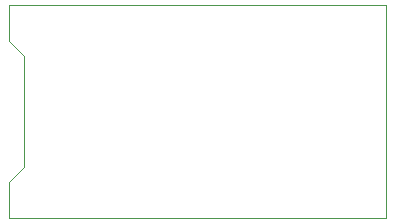
<source format=gm1>
G75*
%MOIN*%
%OFA0B0*%
%FSLAX25Y25*%
%IPPOS*%
%LPD*%
%AMOC8*
5,1,8,0,0,1.08239X$1,22.5*
%
%ADD10C,0.00000*%
D10*
X0006400Y0018483D02*
X0006400Y0030483D01*
X0011400Y0035483D01*
X0011400Y0072483D01*
X0006400Y0077483D01*
X0006400Y0089483D01*
X0131800Y0089483D01*
X0131800Y0018483D01*
X0006400Y0018483D01*
M02*

</source>
